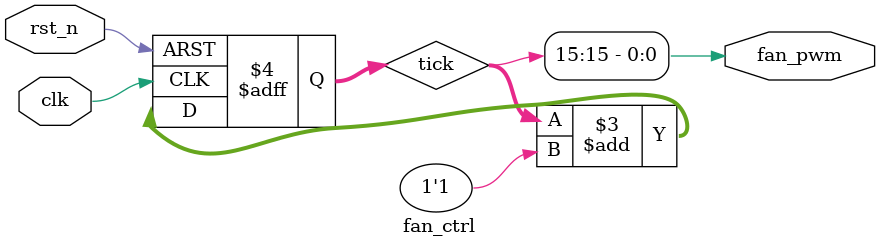
<source format=v>
module fan_ctrl(
  input clk,
  input rst_n,
  output fan_pwm);
  
reg [15:0] tick;

assign fan_pwm = tick[15];

always @(posedge clk or negedge rst_n)
  if (!rst_n)
    tick <= 16'h0;
  else
    tick <= tick + 1'h1;
  
endmodule

</source>
